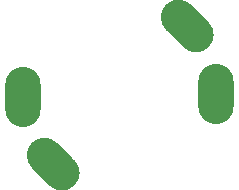
<source format=gbr>
%TF.GenerationSoftware,KiCad,Pcbnew,(5.1.9)-1*%
%TF.CreationDate,2022-03-15T16:17:15-05:00*%
%TF.ProjectId,ArmMotorPCB,41726d4d-6f74-46f7-9250-43422e6b6963,rev?*%
%TF.SameCoordinates,Original*%
%TF.FileFunction,Paste,Top*%
%TF.FilePolarity,Positive*%
%FSLAX46Y46*%
G04 Gerber Fmt 4.6, Leading zero omitted, Abs format (unit mm)*
G04 Created by KiCad (PCBNEW (5.1.9)-1) date 2022-03-15 16:17:15*
%MOMM*%
%LPD*%
G01*
G04 APERTURE LIST*
%ADD10O,3.000000X5.100000*%
G04 APERTURE END LIST*
%TO.C,TP1*%
G36*
G01*
X143708882Y-55828203D02*
X145193808Y-57313129D01*
G75*
G02*
X145193808Y-59434447I-1060659J-1060659D01*
G01*
X145193808Y-59434447D01*
G75*
G02*
X143072490Y-59434447I-1060659J1060659D01*
G01*
X141587564Y-57949521D01*
G75*
G02*
X141587564Y-55828203I1060659J1060659D01*
G01*
X141587564Y-55828203D01*
G75*
G02*
X143708882Y-55828203I1060659J-1060659D01*
G01*
G37*
%TD*%
%TO.C,TP2*%
G36*
G01*
X131722578Y-71132257D02*
X130237652Y-69647331D01*
G75*
G02*
X130237652Y-67526013I1060659J1060659D01*
G01*
X130237652Y-67526013D01*
G75*
G02*
X132358970Y-67526013I1060659J-1060659D01*
G01*
X133843896Y-69010939D01*
G75*
G02*
X133843896Y-71132257I-1060659J-1060659D01*
G01*
X133843896Y-71132257D01*
G75*
G02*
X131722578Y-71132257I-1060659J1060659D01*
G01*
G37*
%TD*%
D10*
%TO.C,TP2*%
X129519400Y-63623000D03*
%TD*%
%TO.C,TP1*%
X145816600Y-63377000D03*
%TD*%
M02*

</source>
